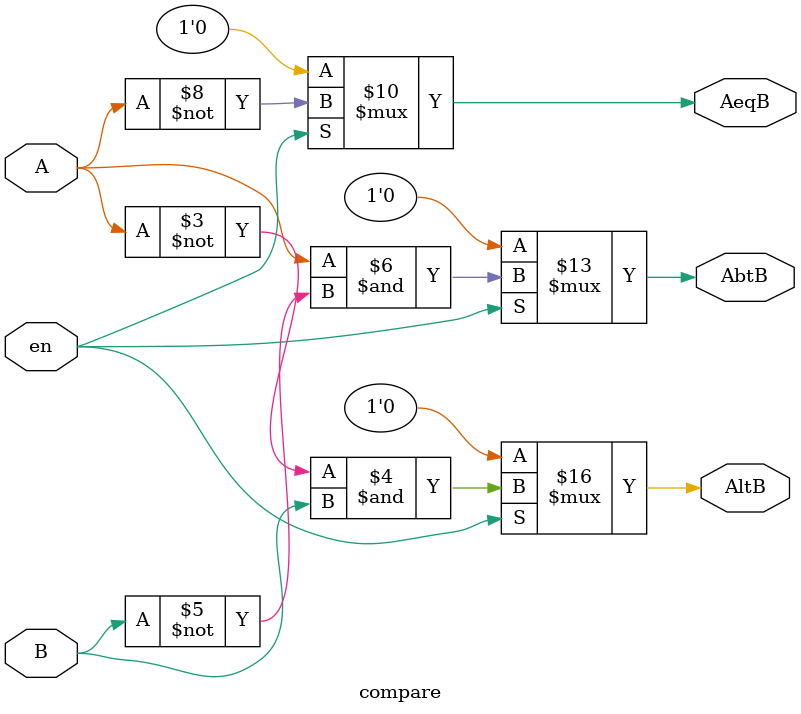
<source format=sv>
module compare(input A,
               input B,
               input en,
               output logic AltB,
               output logic AbtB,
               output logic AeqB
               );

always_comb
begin
    if (~en)
    begin
        AltB = 1'b0;
        AbtB = 1'b0;
        AeqB = 1'b0;
    end
    else
    begin
        AltB = ~A & B;
        AbtB = A & ~B;
        AeqB = ~(A | A);
    end
end
endmodule        
        
</source>
